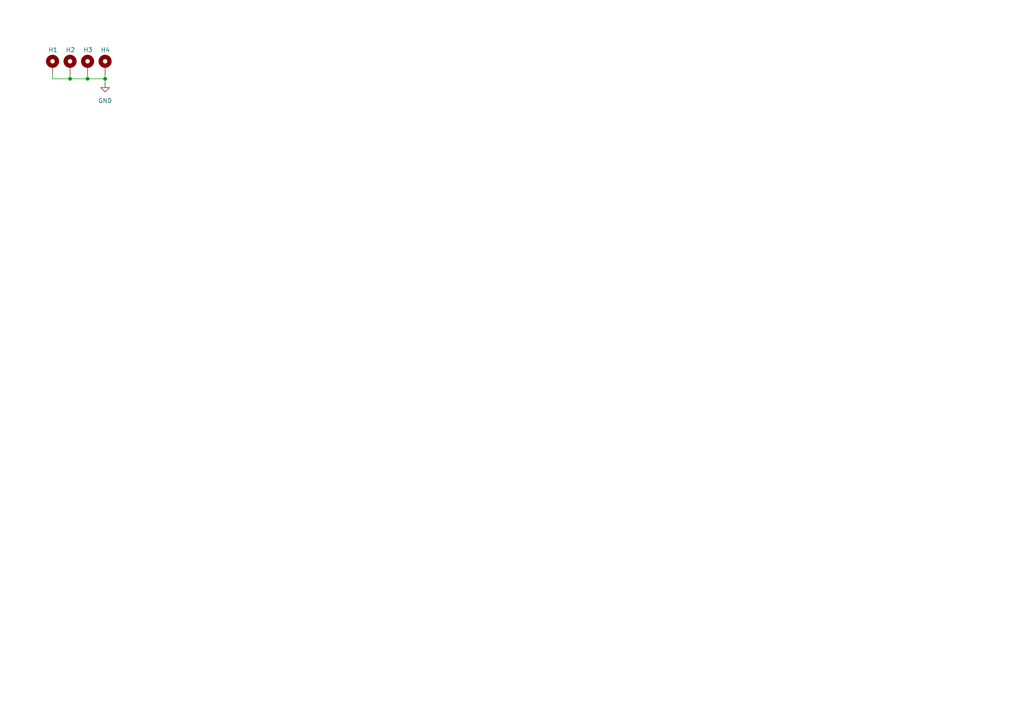
<source format=kicad_sch>
(kicad_sch (version 20231120) (generator "eeschema") (generator_version "8.0")
  (paper "A4")
  (lib_symbols
    (symbol "Mechanical:MountingHole_Pad_MP" (pin_numbers hide) (pin_names (offset 1.016) hide) (exclude_from_sim yes) (in_bom no)
      (property "Reference" "H" (at 0 6.35 0))
      (property "Value" "MountingHole_Pad_MP" (at 0 4.445 0))
      (symbol "MountingHole_Pad_MP_0_1"
        (circle (center 0 1.27) (radius 1.27) (stroke (width 1.27)))
      )
      (symbol "MountingHole_Pad_MP_1_1"
        (pin input line (at 0 -2.54 90) (length 2.54) (name "MP") (number "MP"))
      )
    )
    (symbol "power:GND" (power) (pin_numbers hide) (pin_names (offset 0) hide)
      (property "Value" "GND" (at 0 -3.81 0))
      (symbol "GND_0_1"
        (polyline (pts (xy 0 0) (xy 0 -1.27) (xy 1.27 -1.27) (xy 0 -2.54) (xy -1.27 -1.27) (xy 0 -1.27)))
      )
      (symbol "GND_1_1"
        (pin power_in line (at 0 0 270) (length 0) (name "~") (number "1"))
      )
    )
  )
  (junction (at 20.32 22.86))
  (junction (at 25.4 22.86))
  (junction (at 30.48 22.86))
  (wire (pts (xy 25.4 21.59) (xy 25.4 22.86)))
  (wire (pts (xy 30.48 22.86) (xy 30.48 21.59)))
  (wire (pts (xy 15.24 21.59) (xy 15.24 22.86)))
  (wire (pts (xy 20.32 21.59) (xy 20.32 22.86)))
  (wire (pts (xy 15.24 22.86) (xy 20.32 22.86)))
  (wire (pts (xy 25.4 22.86) (xy 30.48 22.86)))
  (wire (pts (xy 20.32 22.86) (xy 25.4 22.86)))
  (wire (pts (xy 30.48 22.86) (xy 30.48 24.13)))
  (symbol (lib_id "Mechanical:MountingHole_Pad_MP") (at 15.24 19.05 0) (unit 1) (exclude_from_sim yes) (in_bom no)
    (property "Reference" "H1" (at 13.97 14.478 0) (effects (justify left)))
    (property "Value" "MountingHole_Pad_MP" (effects (hide yes)))
    (property "Footprint" "MountingHole:MountingHole_3.2mm_M3_Pad_TopOnly" (effects (hide yes)))
    (property "Description" "Mounting Hole with connection as pad named MP" (effects (hide yes)))
  )
  (symbol (lib_id "Mechanical:MountingHole_Pad_MP") (at 25.4 19.05 0) (unit 1) (exclude_from_sim yes) (in_bom no)
    (property "Reference" "H3" (at 24.13 14.478 0) (effects (justify left)))
    (property "Value" "MountingHole_Pad_MP" (effects (hide yes)))
    (property "Footprint" "MountingHole:MountingHole_3.2mm_M3_Pad_TopOnly" (effects (hide yes)))
    (property "Description" "Mounting Hole with connection as pad named MP" (effects (hide yes)))
  )
  (symbol (lib_id "power:GND") (at 30.48 24.13 0) (unit 1)
    (property "Reference" "#PWR01" (effects (hide yes)))
    (property "Value" "GND" (at 30.48 29.21 0))
    (property "Description" "Power symbol creates a global label with name \"GND\" , ground" (effects (hide yes)))
  )
  (symbol (lib_id "Mechanical:MountingHole_Pad_MP") (at 30.48 19.05 0) (unit 1) (exclude_from_sim yes) (in_bom no)
    (property "Reference" "H4" (at 29.21 14.478 0) (effects (justify left)))
    (property "Value" "MountingHole_Pad_MP" (effects (hide yes)))
    (property "Footprint" "MountingHole:MountingHole_3.2mm_M3_Pad_TopOnly" (effects (hide yes)))
    (property "Description" "Mounting Hole with connection as pad named MP" (effects (hide yes)))
  )
  (symbol (lib_id "Mechanical:MountingHole_Pad_MP") (at 20.32 19.05 0) (unit 1) (exclude_from_sim yes) (in_bom no)
    (property "Reference" "H2" (at 19.05 14.478 0) (effects (justify left)))
    (property "Value" "MountingHole_Pad_MP" (effects (hide yes)))
    (property "Footprint" "MountingHole:MountingHole_3.2mm_M3_Pad_TopOnly" (effects (hide yes)))
    (property "Description" "Mounting Hole with connection as pad named MP" (effects (hide yes)))
  )
)
</source>
